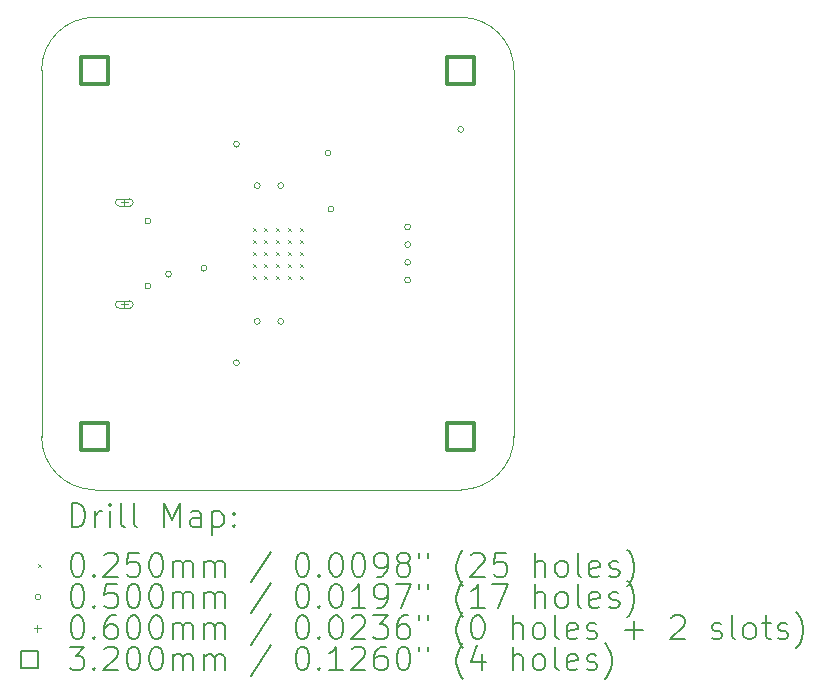
<source format=gbr>
%TF.GenerationSoftware,KiCad,Pcbnew,7.0.11*%
%TF.CreationDate,2024-09-26T14:27:33-04:00*%
%TF.ProjectId,prism-pcb,70726973-6d2d-4706-9362-2e6b69636164,2.0*%
%TF.SameCoordinates,Original*%
%TF.FileFunction,Drillmap*%
%TF.FilePolarity,Positive*%
%FSLAX45Y45*%
G04 Gerber Fmt 4.5, Leading zero omitted, Abs format (unit mm)*
G04 Created by KiCad (PCBNEW 7.0.11) date 2024-09-26 14:27:33*
%MOMM*%
%LPD*%
G01*
G04 APERTURE LIST*
%ADD10C,0.100000*%
%ADD11C,0.200000*%
%ADD12C,0.320000*%
G04 APERTURE END LIST*
D10*
X13240000Y-11710000D02*
X13240000Y-8610000D01*
X17240000Y-8610000D02*
X17240000Y-11710000D01*
X16790000Y-12160000D02*
G75*
G03*
X17240000Y-11710000I0J450000D01*
G01*
X17240000Y-8610000D02*
G75*
G03*
X16790000Y-8160000I-450000J0D01*
G01*
X13240000Y-11710000D02*
G75*
G03*
X13690000Y-12160000I450000J0D01*
G01*
X16790000Y-12160000D02*
X13690000Y-12160000D01*
X13690000Y-8160000D02*
G75*
G03*
X13240000Y-8610000I0J-450000D01*
G01*
X13690000Y-8160000D02*
X16790000Y-8160000D01*
D11*
D10*
X15027500Y-9947500D02*
X15052500Y-9972500D01*
X15052500Y-9947500D02*
X15027500Y-9972500D01*
X15027500Y-10047500D02*
X15052500Y-10072500D01*
X15052500Y-10047500D02*
X15027500Y-10072500D01*
X15027500Y-10147500D02*
X15052500Y-10172500D01*
X15052500Y-10147500D02*
X15027500Y-10172500D01*
X15027500Y-10247500D02*
X15052500Y-10272500D01*
X15052500Y-10247500D02*
X15027500Y-10272500D01*
X15027500Y-10347500D02*
X15052500Y-10372500D01*
X15052500Y-10347500D02*
X15027500Y-10372500D01*
X15127500Y-9947500D02*
X15152500Y-9972500D01*
X15152500Y-9947500D02*
X15127500Y-9972500D01*
X15127500Y-10047500D02*
X15152500Y-10072500D01*
X15152500Y-10047500D02*
X15127500Y-10072500D01*
X15127500Y-10147500D02*
X15152500Y-10172500D01*
X15152500Y-10147500D02*
X15127500Y-10172500D01*
X15127500Y-10247500D02*
X15152500Y-10272500D01*
X15152500Y-10247500D02*
X15127500Y-10272500D01*
X15127500Y-10347500D02*
X15152500Y-10372500D01*
X15152500Y-10347500D02*
X15127500Y-10372500D01*
X15227500Y-9947500D02*
X15252500Y-9972500D01*
X15252500Y-9947500D02*
X15227500Y-9972500D01*
X15227500Y-10047500D02*
X15252500Y-10072500D01*
X15252500Y-10047500D02*
X15227500Y-10072500D01*
X15227500Y-10147500D02*
X15252500Y-10172500D01*
X15252500Y-10147500D02*
X15227500Y-10172500D01*
X15227500Y-10247500D02*
X15252500Y-10272500D01*
X15252500Y-10247500D02*
X15227500Y-10272500D01*
X15227500Y-10347500D02*
X15252500Y-10372500D01*
X15252500Y-10347500D02*
X15227500Y-10372500D01*
X15327500Y-9947500D02*
X15352500Y-9972500D01*
X15352500Y-9947500D02*
X15327500Y-9972500D01*
X15327500Y-10047500D02*
X15352500Y-10072500D01*
X15352500Y-10047500D02*
X15327500Y-10072500D01*
X15327500Y-10147500D02*
X15352500Y-10172500D01*
X15352500Y-10147500D02*
X15327500Y-10172500D01*
X15327500Y-10247500D02*
X15352500Y-10272500D01*
X15352500Y-10247500D02*
X15327500Y-10272500D01*
X15327500Y-10347500D02*
X15352500Y-10372500D01*
X15352500Y-10347500D02*
X15327500Y-10372500D01*
X15427500Y-9947500D02*
X15452500Y-9972500D01*
X15452500Y-9947500D02*
X15427500Y-9972500D01*
X15427500Y-10047500D02*
X15452500Y-10072500D01*
X15452500Y-10047500D02*
X15427500Y-10072500D01*
X15427500Y-10147500D02*
X15452500Y-10172500D01*
X15452500Y-10147500D02*
X15427500Y-10172500D01*
X15427500Y-10247500D02*
X15452500Y-10272500D01*
X15452500Y-10247500D02*
X15427500Y-10272500D01*
X15427500Y-10347500D02*
X15452500Y-10372500D01*
X15452500Y-10347500D02*
X15427500Y-10372500D01*
X14165000Y-9885000D02*
G75*
G03*
X14115000Y-9885000I-25000J0D01*
G01*
X14115000Y-9885000D02*
G75*
G03*
X14165000Y-9885000I25000J0D01*
G01*
X14165000Y-10435000D02*
G75*
G03*
X14115000Y-10435000I-25000J0D01*
G01*
X14115000Y-10435000D02*
G75*
G03*
X14165000Y-10435000I25000J0D01*
G01*
X14340000Y-10335000D02*
G75*
G03*
X14290000Y-10335000I-25000J0D01*
G01*
X14290000Y-10335000D02*
G75*
G03*
X14340000Y-10335000I25000J0D01*
G01*
X14640000Y-10285000D02*
G75*
G03*
X14590000Y-10285000I-25000J0D01*
G01*
X14590000Y-10285000D02*
G75*
G03*
X14640000Y-10285000I25000J0D01*
G01*
X14915000Y-9235000D02*
G75*
G03*
X14865000Y-9235000I-25000J0D01*
G01*
X14865000Y-9235000D02*
G75*
G03*
X14915000Y-9235000I25000J0D01*
G01*
X14915000Y-11085000D02*
G75*
G03*
X14865000Y-11085000I-25000J0D01*
G01*
X14865000Y-11085000D02*
G75*
G03*
X14915000Y-11085000I25000J0D01*
G01*
X15090000Y-9585000D02*
G75*
G03*
X15040000Y-9585000I-25000J0D01*
G01*
X15040000Y-9585000D02*
G75*
G03*
X15090000Y-9585000I25000J0D01*
G01*
X15090000Y-10735000D02*
G75*
G03*
X15040000Y-10735000I-25000J0D01*
G01*
X15040000Y-10735000D02*
G75*
G03*
X15090000Y-10735000I25000J0D01*
G01*
X15290000Y-9585000D02*
G75*
G03*
X15240000Y-9585000I-25000J0D01*
G01*
X15240000Y-9585000D02*
G75*
G03*
X15290000Y-9585000I25000J0D01*
G01*
X15290000Y-10735000D02*
G75*
G03*
X15240000Y-10735000I-25000J0D01*
G01*
X15240000Y-10735000D02*
G75*
G03*
X15290000Y-10735000I25000J0D01*
G01*
X15690000Y-9310000D02*
G75*
G03*
X15640000Y-9310000I-25000J0D01*
G01*
X15640000Y-9310000D02*
G75*
G03*
X15690000Y-9310000I25000J0D01*
G01*
X15715000Y-9785000D02*
G75*
G03*
X15665000Y-9785000I-25000J0D01*
G01*
X15665000Y-9785000D02*
G75*
G03*
X15715000Y-9785000I25000J0D01*
G01*
X16365000Y-9935000D02*
G75*
G03*
X16315000Y-9935000I-25000J0D01*
G01*
X16315000Y-9935000D02*
G75*
G03*
X16365000Y-9935000I25000J0D01*
G01*
X16365000Y-10085000D02*
G75*
G03*
X16315000Y-10085000I-25000J0D01*
G01*
X16315000Y-10085000D02*
G75*
G03*
X16365000Y-10085000I25000J0D01*
G01*
X16365000Y-10235000D02*
G75*
G03*
X16315000Y-10235000I-25000J0D01*
G01*
X16315000Y-10235000D02*
G75*
G03*
X16365000Y-10235000I25000J0D01*
G01*
X16365000Y-10385000D02*
G75*
G03*
X16315000Y-10385000I-25000J0D01*
G01*
X16315000Y-10385000D02*
G75*
G03*
X16365000Y-10385000I25000J0D01*
G01*
X16815000Y-9110000D02*
G75*
G03*
X16765000Y-9110000I-25000J0D01*
G01*
X16765000Y-9110000D02*
G75*
G03*
X16815000Y-9110000I25000J0D01*
G01*
X13940000Y-9698000D02*
X13940000Y-9758000D01*
X13910000Y-9728000D02*
X13970000Y-9728000D01*
X13985000Y-9698000D02*
X13895000Y-9698000D01*
X13895000Y-9698000D02*
G75*
G03*
X13895000Y-9758000I0J-30000D01*
G01*
X13895000Y-9758000D02*
X13985000Y-9758000D01*
X13985000Y-9758000D02*
G75*
G03*
X13985000Y-9698000I0J30000D01*
G01*
X13940000Y-10562000D02*
X13940000Y-10622000D01*
X13910000Y-10592000D02*
X13970000Y-10592000D01*
X13985000Y-10562000D02*
X13895000Y-10562000D01*
X13895000Y-10562000D02*
G75*
G03*
X13895000Y-10622000I0J-30000D01*
G01*
X13895000Y-10622000D02*
X13985000Y-10622000D01*
X13985000Y-10622000D02*
G75*
G03*
X13985000Y-10562000I0J30000D01*
G01*
D12*
X13803138Y-8723138D02*
X13803138Y-8496862D01*
X13576862Y-8496862D01*
X13576862Y-8723138D01*
X13803138Y-8723138D01*
X13803138Y-11823138D02*
X13803138Y-11596862D01*
X13576862Y-11596862D01*
X13576862Y-11823138D01*
X13803138Y-11823138D01*
X16903138Y-8723138D02*
X16903138Y-8496862D01*
X16676862Y-8496862D01*
X16676862Y-8723138D01*
X16903138Y-8723138D01*
X16903138Y-11823138D02*
X16903138Y-11596862D01*
X16676862Y-11596862D01*
X16676862Y-11823138D01*
X16903138Y-11823138D01*
D11*
X13495777Y-12476484D02*
X13495777Y-12276484D01*
X13495777Y-12276484D02*
X13543396Y-12276484D01*
X13543396Y-12276484D02*
X13571967Y-12286008D01*
X13571967Y-12286008D02*
X13591015Y-12305055D01*
X13591015Y-12305055D02*
X13600539Y-12324103D01*
X13600539Y-12324103D02*
X13610062Y-12362198D01*
X13610062Y-12362198D02*
X13610062Y-12390769D01*
X13610062Y-12390769D02*
X13600539Y-12428865D01*
X13600539Y-12428865D02*
X13591015Y-12447912D01*
X13591015Y-12447912D02*
X13571967Y-12466960D01*
X13571967Y-12466960D02*
X13543396Y-12476484D01*
X13543396Y-12476484D02*
X13495777Y-12476484D01*
X13695777Y-12476484D02*
X13695777Y-12343150D01*
X13695777Y-12381246D02*
X13705301Y-12362198D01*
X13705301Y-12362198D02*
X13714824Y-12352674D01*
X13714824Y-12352674D02*
X13733872Y-12343150D01*
X13733872Y-12343150D02*
X13752920Y-12343150D01*
X13819586Y-12476484D02*
X13819586Y-12343150D01*
X13819586Y-12276484D02*
X13810062Y-12286008D01*
X13810062Y-12286008D02*
X13819586Y-12295531D01*
X13819586Y-12295531D02*
X13829110Y-12286008D01*
X13829110Y-12286008D02*
X13819586Y-12276484D01*
X13819586Y-12276484D02*
X13819586Y-12295531D01*
X13943396Y-12476484D02*
X13924348Y-12466960D01*
X13924348Y-12466960D02*
X13914824Y-12447912D01*
X13914824Y-12447912D02*
X13914824Y-12276484D01*
X14048158Y-12476484D02*
X14029110Y-12466960D01*
X14029110Y-12466960D02*
X14019586Y-12447912D01*
X14019586Y-12447912D02*
X14019586Y-12276484D01*
X14276729Y-12476484D02*
X14276729Y-12276484D01*
X14276729Y-12276484D02*
X14343396Y-12419341D01*
X14343396Y-12419341D02*
X14410062Y-12276484D01*
X14410062Y-12276484D02*
X14410062Y-12476484D01*
X14591015Y-12476484D02*
X14591015Y-12371722D01*
X14591015Y-12371722D02*
X14581491Y-12352674D01*
X14581491Y-12352674D02*
X14562443Y-12343150D01*
X14562443Y-12343150D02*
X14524348Y-12343150D01*
X14524348Y-12343150D02*
X14505301Y-12352674D01*
X14591015Y-12466960D02*
X14571967Y-12476484D01*
X14571967Y-12476484D02*
X14524348Y-12476484D01*
X14524348Y-12476484D02*
X14505301Y-12466960D01*
X14505301Y-12466960D02*
X14495777Y-12447912D01*
X14495777Y-12447912D02*
X14495777Y-12428865D01*
X14495777Y-12428865D02*
X14505301Y-12409817D01*
X14505301Y-12409817D02*
X14524348Y-12400293D01*
X14524348Y-12400293D02*
X14571967Y-12400293D01*
X14571967Y-12400293D02*
X14591015Y-12390769D01*
X14686253Y-12343150D02*
X14686253Y-12543150D01*
X14686253Y-12352674D02*
X14705301Y-12343150D01*
X14705301Y-12343150D02*
X14743396Y-12343150D01*
X14743396Y-12343150D02*
X14762443Y-12352674D01*
X14762443Y-12352674D02*
X14771967Y-12362198D01*
X14771967Y-12362198D02*
X14781491Y-12381246D01*
X14781491Y-12381246D02*
X14781491Y-12438388D01*
X14781491Y-12438388D02*
X14771967Y-12457436D01*
X14771967Y-12457436D02*
X14762443Y-12466960D01*
X14762443Y-12466960D02*
X14743396Y-12476484D01*
X14743396Y-12476484D02*
X14705301Y-12476484D01*
X14705301Y-12476484D02*
X14686253Y-12466960D01*
X14867205Y-12457436D02*
X14876729Y-12466960D01*
X14876729Y-12466960D02*
X14867205Y-12476484D01*
X14867205Y-12476484D02*
X14857682Y-12466960D01*
X14857682Y-12466960D02*
X14867205Y-12457436D01*
X14867205Y-12457436D02*
X14867205Y-12476484D01*
X14867205Y-12352674D02*
X14876729Y-12362198D01*
X14876729Y-12362198D02*
X14867205Y-12371722D01*
X14867205Y-12371722D02*
X14857682Y-12362198D01*
X14857682Y-12362198D02*
X14867205Y-12352674D01*
X14867205Y-12352674D02*
X14867205Y-12371722D01*
D10*
X13210000Y-12792500D02*
X13235000Y-12817500D01*
X13235000Y-12792500D02*
X13210000Y-12817500D01*
D11*
X13533872Y-12696484D02*
X13552920Y-12696484D01*
X13552920Y-12696484D02*
X13571967Y-12706008D01*
X13571967Y-12706008D02*
X13581491Y-12715531D01*
X13581491Y-12715531D02*
X13591015Y-12734579D01*
X13591015Y-12734579D02*
X13600539Y-12772674D01*
X13600539Y-12772674D02*
X13600539Y-12820293D01*
X13600539Y-12820293D02*
X13591015Y-12858388D01*
X13591015Y-12858388D02*
X13581491Y-12877436D01*
X13581491Y-12877436D02*
X13571967Y-12886960D01*
X13571967Y-12886960D02*
X13552920Y-12896484D01*
X13552920Y-12896484D02*
X13533872Y-12896484D01*
X13533872Y-12896484D02*
X13514824Y-12886960D01*
X13514824Y-12886960D02*
X13505301Y-12877436D01*
X13505301Y-12877436D02*
X13495777Y-12858388D01*
X13495777Y-12858388D02*
X13486253Y-12820293D01*
X13486253Y-12820293D02*
X13486253Y-12772674D01*
X13486253Y-12772674D02*
X13495777Y-12734579D01*
X13495777Y-12734579D02*
X13505301Y-12715531D01*
X13505301Y-12715531D02*
X13514824Y-12706008D01*
X13514824Y-12706008D02*
X13533872Y-12696484D01*
X13686253Y-12877436D02*
X13695777Y-12886960D01*
X13695777Y-12886960D02*
X13686253Y-12896484D01*
X13686253Y-12896484D02*
X13676729Y-12886960D01*
X13676729Y-12886960D02*
X13686253Y-12877436D01*
X13686253Y-12877436D02*
X13686253Y-12896484D01*
X13771967Y-12715531D02*
X13781491Y-12706008D01*
X13781491Y-12706008D02*
X13800539Y-12696484D01*
X13800539Y-12696484D02*
X13848158Y-12696484D01*
X13848158Y-12696484D02*
X13867205Y-12706008D01*
X13867205Y-12706008D02*
X13876729Y-12715531D01*
X13876729Y-12715531D02*
X13886253Y-12734579D01*
X13886253Y-12734579D02*
X13886253Y-12753627D01*
X13886253Y-12753627D02*
X13876729Y-12782198D01*
X13876729Y-12782198D02*
X13762443Y-12896484D01*
X13762443Y-12896484D02*
X13886253Y-12896484D01*
X14067205Y-12696484D02*
X13971967Y-12696484D01*
X13971967Y-12696484D02*
X13962443Y-12791722D01*
X13962443Y-12791722D02*
X13971967Y-12782198D01*
X13971967Y-12782198D02*
X13991015Y-12772674D01*
X13991015Y-12772674D02*
X14038634Y-12772674D01*
X14038634Y-12772674D02*
X14057682Y-12782198D01*
X14057682Y-12782198D02*
X14067205Y-12791722D01*
X14067205Y-12791722D02*
X14076729Y-12810769D01*
X14076729Y-12810769D02*
X14076729Y-12858388D01*
X14076729Y-12858388D02*
X14067205Y-12877436D01*
X14067205Y-12877436D02*
X14057682Y-12886960D01*
X14057682Y-12886960D02*
X14038634Y-12896484D01*
X14038634Y-12896484D02*
X13991015Y-12896484D01*
X13991015Y-12896484D02*
X13971967Y-12886960D01*
X13971967Y-12886960D02*
X13962443Y-12877436D01*
X14200539Y-12696484D02*
X14219586Y-12696484D01*
X14219586Y-12696484D02*
X14238634Y-12706008D01*
X14238634Y-12706008D02*
X14248158Y-12715531D01*
X14248158Y-12715531D02*
X14257682Y-12734579D01*
X14257682Y-12734579D02*
X14267205Y-12772674D01*
X14267205Y-12772674D02*
X14267205Y-12820293D01*
X14267205Y-12820293D02*
X14257682Y-12858388D01*
X14257682Y-12858388D02*
X14248158Y-12877436D01*
X14248158Y-12877436D02*
X14238634Y-12886960D01*
X14238634Y-12886960D02*
X14219586Y-12896484D01*
X14219586Y-12896484D02*
X14200539Y-12896484D01*
X14200539Y-12896484D02*
X14181491Y-12886960D01*
X14181491Y-12886960D02*
X14171967Y-12877436D01*
X14171967Y-12877436D02*
X14162443Y-12858388D01*
X14162443Y-12858388D02*
X14152920Y-12820293D01*
X14152920Y-12820293D02*
X14152920Y-12772674D01*
X14152920Y-12772674D02*
X14162443Y-12734579D01*
X14162443Y-12734579D02*
X14171967Y-12715531D01*
X14171967Y-12715531D02*
X14181491Y-12706008D01*
X14181491Y-12706008D02*
X14200539Y-12696484D01*
X14352920Y-12896484D02*
X14352920Y-12763150D01*
X14352920Y-12782198D02*
X14362443Y-12772674D01*
X14362443Y-12772674D02*
X14381491Y-12763150D01*
X14381491Y-12763150D02*
X14410063Y-12763150D01*
X14410063Y-12763150D02*
X14429110Y-12772674D01*
X14429110Y-12772674D02*
X14438634Y-12791722D01*
X14438634Y-12791722D02*
X14438634Y-12896484D01*
X14438634Y-12791722D02*
X14448158Y-12772674D01*
X14448158Y-12772674D02*
X14467205Y-12763150D01*
X14467205Y-12763150D02*
X14495777Y-12763150D01*
X14495777Y-12763150D02*
X14514824Y-12772674D01*
X14514824Y-12772674D02*
X14524348Y-12791722D01*
X14524348Y-12791722D02*
X14524348Y-12896484D01*
X14619586Y-12896484D02*
X14619586Y-12763150D01*
X14619586Y-12782198D02*
X14629110Y-12772674D01*
X14629110Y-12772674D02*
X14648158Y-12763150D01*
X14648158Y-12763150D02*
X14676729Y-12763150D01*
X14676729Y-12763150D02*
X14695777Y-12772674D01*
X14695777Y-12772674D02*
X14705301Y-12791722D01*
X14705301Y-12791722D02*
X14705301Y-12896484D01*
X14705301Y-12791722D02*
X14714824Y-12772674D01*
X14714824Y-12772674D02*
X14733872Y-12763150D01*
X14733872Y-12763150D02*
X14762443Y-12763150D01*
X14762443Y-12763150D02*
X14781491Y-12772674D01*
X14781491Y-12772674D02*
X14791015Y-12791722D01*
X14791015Y-12791722D02*
X14791015Y-12896484D01*
X15181491Y-12686960D02*
X15010063Y-12944103D01*
X15438634Y-12696484D02*
X15457682Y-12696484D01*
X15457682Y-12696484D02*
X15476729Y-12706008D01*
X15476729Y-12706008D02*
X15486253Y-12715531D01*
X15486253Y-12715531D02*
X15495777Y-12734579D01*
X15495777Y-12734579D02*
X15505301Y-12772674D01*
X15505301Y-12772674D02*
X15505301Y-12820293D01*
X15505301Y-12820293D02*
X15495777Y-12858388D01*
X15495777Y-12858388D02*
X15486253Y-12877436D01*
X15486253Y-12877436D02*
X15476729Y-12886960D01*
X15476729Y-12886960D02*
X15457682Y-12896484D01*
X15457682Y-12896484D02*
X15438634Y-12896484D01*
X15438634Y-12896484D02*
X15419586Y-12886960D01*
X15419586Y-12886960D02*
X15410063Y-12877436D01*
X15410063Y-12877436D02*
X15400539Y-12858388D01*
X15400539Y-12858388D02*
X15391015Y-12820293D01*
X15391015Y-12820293D02*
X15391015Y-12772674D01*
X15391015Y-12772674D02*
X15400539Y-12734579D01*
X15400539Y-12734579D02*
X15410063Y-12715531D01*
X15410063Y-12715531D02*
X15419586Y-12706008D01*
X15419586Y-12706008D02*
X15438634Y-12696484D01*
X15591015Y-12877436D02*
X15600539Y-12886960D01*
X15600539Y-12886960D02*
X15591015Y-12896484D01*
X15591015Y-12896484D02*
X15581491Y-12886960D01*
X15581491Y-12886960D02*
X15591015Y-12877436D01*
X15591015Y-12877436D02*
X15591015Y-12896484D01*
X15724348Y-12696484D02*
X15743396Y-12696484D01*
X15743396Y-12696484D02*
X15762444Y-12706008D01*
X15762444Y-12706008D02*
X15771967Y-12715531D01*
X15771967Y-12715531D02*
X15781491Y-12734579D01*
X15781491Y-12734579D02*
X15791015Y-12772674D01*
X15791015Y-12772674D02*
X15791015Y-12820293D01*
X15791015Y-12820293D02*
X15781491Y-12858388D01*
X15781491Y-12858388D02*
X15771967Y-12877436D01*
X15771967Y-12877436D02*
X15762444Y-12886960D01*
X15762444Y-12886960D02*
X15743396Y-12896484D01*
X15743396Y-12896484D02*
X15724348Y-12896484D01*
X15724348Y-12896484D02*
X15705301Y-12886960D01*
X15705301Y-12886960D02*
X15695777Y-12877436D01*
X15695777Y-12877436D02*
X15686253Y-12858388D01*
X15686253Y-12858388D02*
X15676729Y-12820293D01*
X15676729Y-12820293D02*
X15676729Y-12772674D01*
X15676729Y-12772674D02*
X15686253Y-12734579D01*
X15686253Y-12734579D02*
X15695777Y-12715531D01*
X15695777Y-12715531D02*
X15705301Y-12706008D01*
X15705301Y-12706008D02*
X15724348Y-12696484D01*
X15914825Y-12696484D02*
X15933872Y-12696484D01*
X15933872Y-12696484D02*
X15952920Y-12706008D01*
X15952920Y-12706008D02*
X15962444Y-12715531D01*
X15962444Y-12715531D02*
X15971967Y-12734579D01*
X15971967Y-12734579D02*
X15981491Y-12772674D01*
X15981491Y-12772674D02*
X15981491Y-12820293D01*
X15981491Y-12820293D02*
X15971967Y-12858388D01*
X15971967Y-12858388D02*
X15962444Y-12877436D01*
X15962444Y-12877436D02*
X15952920Y-12886960D01*
X15952920Y-12886960D02*
X15933872Y-12896484D01*
X15933872Y-12896484D02*
X15914825Y-12896484D01*
X15914825Y-12896484D02*
X15895777Y-12886960D01*
X15895777Y-12886960D02*
X15886253Y-12877436D01*
X15886253Y-12877436D02*
X15876729Y-12858388D01*
X15876729Y-12858388D02*
X15867206Y-12820293D01*
X15867206Y-12820293D02*
X15867206Y-12772674D01*
X15867206Y-12772674D02*
X15876729Y-12734579D01*
X15876729Y-12734579D02*
X15886253Y-12715531D01*
X15886253Y-12715531D02*
X15895777Y-12706008D01*
X15895777Y-12706008D02*
X15914825Y-12696484D01*
X16076729Y-12896484D02*
X16114825Y-12896484D01*
X16114825Y-12896484D02*
X16133872Y-12886960D01*
X16133872Y-12886960D02*
X16143396Y-12877436D01*
X16143396Y-12877436D02*
X16162444Y-12848865D01*
X16162444Y-12848865D02*
X16171967Y-12810769D01*
X16171967Y-12810769D02*
X16171967Y-12734579D01*
X16171967Y-12734579D02*
X16162444Y-12715531D01*
X16162444Y-12715531D02*
X16152920Y-12706008D01*
X16152920Y-12706008D02*
X16133872Y-12696484D01*
X16133872Y-12696484D02*
X16095777Y-12696484D01*
X16095777Y-12696484D02*
X16076729Y-12706008D01*
X16076729Y-12706008D02*
X16067206Y-12715531D01*
X16067206Y-12715531D02*
X16057682Y-12734579D01*
X16057682Y-12734579D02*
X16057682Y-12782198D01*
X16057682Y-12782198D02*
X16067206Y-12801246D01*
X16067206Y-12801246D02*
X16076729Y-12810769D01*
X16076729Y-12810769D02*
X16095777Y-12820293D01*
X16095777Y-12820293D02*
X16133872Y-12820293D01*
X16133872Y-12820293D02*
X16152920Y-12810769D01*
X16152920Y-12810769D02*
X16162444Y-12801246D01*
X16162444Y-12801246D02*
X16171967Y-12782198D01*
X16286253Y-12782198D02*
X16267206Y-12772674D01*
X16267206Y-12772674D02*
X16257682Y-12763150D01*
X16257682Y-12763150D02*
X16248158Y-12744103D01*
X16248158Y-12744103D02*
X16248158Y-12734579D01*
X16248158Y-12734579D02*
X16257682Y-12715531D01*
X16257682Y-12715531D02*
X16267206Y-12706008D01*
X16267206Y-12706008D02*
X16286253Y-12696484D01*
X16286253Y-12696484D02*
X16324348Y-12696484D01*
X16324348Y-12696484D02*
X16343396Y-12706008D01*
X16343396Y-12706008D02*
X16352920Y-12715531D01*
X16352920Y-12715531D02*
X16362444Y-12734579D01*
X16362444Y-12734579D02*
X16362444Y-12744103D01*
X16362444Y-12744103D02*
X16352920Y-12763150D01*
X16352920Y-12763150D02*
X16343396Y-12772674D01*
X16343396Y-12772674D02*
X16324348Y-12782198D01*
X16324348Y-12782198D02*
X16286253Y-12782198D01*
X16286253Y-12782198D02*
X16267206Y-12791722D01*
X16267206Y-12791722D02*
X16257682Y-12801246D01*
X16257682Y-12801246D02*
X16248158Y-12820293D01*
X16248158Y-12820293D02*
X16248158Y-12858388D01*
X16248158Y-12858388D02*
X16257682Y-12877436D01*
X16257682Y-12877436D02*
X16267206Y-12886960D01*
X16267206Y-12886960D02*
X16286253Y-12896484D01*
X16286253Y-12896484D02*
X16324348Y-12896484D01*
X16324348Y-12896484D02*
X16343396Y-12886960D01*
X16343396Y-12886960D02*
X16352920Y-12877436D01*
X16352920Y-12877436D02*
X16362444Y-12858388D01*
X16362444Y-12858388D02*
X16362444Y-12820293D01*
X16362444Y-12820293D02*
X16352920Y-12801246D01*
X16352920Y-12801246D02*
X16343396Y-12791722D01*
X16343396Y-12791722D02*
X16324348Y-12782198D01*
X16438634Y-12696484D02*
X16438634Y-12734579D01*
X16514825Y-12696484D02*
X16514825Y-12734579D01*
X16810063Y-12972674D02*
X16800539Y-12963150D01*
X16800539Y-12963150D02*
X16781491Y-12934579D01*
X16781491Y-12934579D02*
X16771968Y-12915531D01*
X16771968Y-12915531D02*
X16762444Y-12886960D01*
X16762444Y-12886960D02*
X16752920Y-12839341D01*
X16752920Y-12839341D02*
X16752920Y-12801246D01*
X16752920Y-12801246D02*
X16762444Y-12753627D01*
X16762444Y-12753627D02*
X16771968Y-12725055D01*
X16771968Y-12725055D02*
X16781491Y-12706008D01*
X16781491Y-12706008D02*
X16800539Y-12677436D01*
X16800539Y-12677436D02*
X16810063Y-12667912D01*
X16876730Y-12715531D02*
X16886253Y-12706008D01*
X16886253Y-12706008D02*
X16905301Y-12696484D01*
X16905301Y-12696484D02*
X16952920Y-12696484D01*
X16952920Y-12696484D02*
X16971968Y-12706008D01*
X16971968Y-12706008D02*
X16981491Y-12715531D01*
X16981491Y-12715531D02*
X16991015Y-12734579D01*
X16991015Y-12734579D02*
X16991015Y-12753627D01*
X16991015Y-12753627D02*
X16981491Y-12782198D01*
X16981491Y-12782198D02*
X16867206Y-12896484D01*
X16867206Y-12896484D02*
X16991015Y-12896484D01*
X17171968Y-12696484D02*
X17076730Y-12696484D01*
X17076730Y-12696484D02*
X17067206Y-12791722D01*
X17067206Y-12791722D02*
X17076730Y-12782198D01*
X17076730Y-12782198D02*
X17095777Y-12772674D01*
X17095777Y-12772674D02*
X17143396Y-12772674D01*
X17143396Y-12772674D02*
X17162444Y-12782198D01*
X17162444Y-12782198D02*
X17171968Y-12791722D01*
X17171968Y-12791722D02*
X17181491Y-12810769D01*
X17181491Y-12810769D02*
X17181491Y-12858388D01*
X17181491Y-12858388D02*
X17171968Y-12877436D01*
X17171968Y-12877436D02*
X17162444Y-12886960D01*
X17162444Y-12886960D02*
X17143396Y-12896484D01*
X17143396Y-12896484D02*
X17095777Y-12896484D01*
X17095777Y-12896484D02*
X17076730Y-12886960D01*
X17076730Y-12886960D02*
X17067206Y-12877436D01*
X17419587Y-12896484D02*
X17419587Y-12696484D01*
X17505301Y-12896484D02*
X17505301Y-12791722D01*
X17505301Y-12791722D02*
X17495777Y-12772674D01*
X17495777Y-12772674D02*
X17476730Y-12763150D01*
X17476730Y-12763150D02*
X17448158Y-12763150D01*
X17448158Y-12763150D02*
X17429111Y-12772674D01*
X17429111Y-12772674D02*
X17419587Y-12782198D01*
X17629111Y-12896484D02*
X17610063Y-12886960D01*
X17610063Y-12886960D02*
X17600539Y-12877436D01*
X17600539Y-12877436D02*
X17591015Y-12858388D01*
X17591015Y-12858388D02*
X17591015Y-12801246D01*
X17591015Y-12801246D02*
X17600539Y-12782198D01*
X17600539Y-12782198D02*
X17610063Y-12772674D01*
X17610063Y-12772674D02*
X17629111Y-12763150D01*
X17629111Y-12763150D02*
X17657682Y-12763150D01*
X17657682Y-12763150D02*
X17676730Y-12772674D01*
X17676730Y-12772674D02*
X17686253Y-12782198D01*
X17686253Y-12782198D02*
X17695777Y-12801246D01*
X17695777Y-12801246D02*
X17695777Y-12858388D01*
X17695777Y-12858388D02*
X17686253Y-12877436D01*
X17686253Y-12877436D02*
X17676730Y-12886960D01*
X17676730Y-12886960D02*
X17657682Y-12896484D01*
X17657682Y-12896484D02*
X17629111Y-12896484D01*
X17810063Y-12896484D02*
X17791015Y-12886960D01*
X17791015Y-12886960D02*
X17781492Y-12867912D01*
X17781492Y-12867912D02*
X17781492Y-12696484D01*
X17962444Y-12886960D02*
X17943396Y-12896484D01*
X17943396Y-12896484D02*
X17905301Y-12896484D01*
X17905301Y-12896484D02*
X17886253Y-12886960D01*
X17886253Y-12886960D02*
X17876730Y-12867912D01*
X17876730Y-12867912D02*
X17876730Y-12791722D01*
X17876730Y-12791722D02*
X17886253Y-12772674D01*
X17886253Y-12772674D02*
X17905301Y-12763150D01*
X17905301Y-12763150D02*
X17943396Y-12763150D01*
X17943396Y-12763150D02*
X17962444Y-12772674D01*
X17962444Y-12772674D02*
X17971968Y-12791722D01*
X17971968Y-12791722D02*
X17971968Y-12810769D01*
X17971968Y-12810769D02*
X17876730Y-12829817D01*
X18048158Y-12886960D02*
X18067206Y-12896484D01*
X18067206Y-12896484D02*
X18105301Y-12896484D01*
X18105301Y-12896484D02*
X18124349Y-12886960D01*
X18124349Y-12886960D02*
X18133873Y-12867912D01*
X18133873Y-12867912D02*
X18133873Y-12858388D01*
X18133873Y-12858388D02*
X18124349Y-12839341D01*
X18124349Y-12839341D02*
X18105301Y-12829817D01*
X18105301Y-12829817D02*
X18076730Y-12829817D01*
X18076730Y-12829817D02*
X18057682Y-12820293D01*
X18057682Y-12820293D02*
X18048158Y-12801246D01*
X18048158Y-12801246D02*
X18048158Y-12791722D01*
X18048158Y-12791722D02*
X18057682Y-12772674D01*
X18057682Y-12772674D02*
X18076730Y-12763150D01*
X18076730Y-12763150D02*
X18105301Y-12763150D01*
X18105301Y-12763150D02*
X18124349Y-12772674D01*
X18200539Y-12972674D02*
X18210063Y-12963150D01*
X18210063Y-12963150D02*
X18229111Y-12934579D01*
X18229111Y-12934579D02*
X18238634Y-12915531D01*
X18238634Y-12915531D02*
X18248158Y-12886960D01*
X18248158Y-12886960D02*
X18257682Y-12839341D01*
X18257682Y-12839341D02*
X18257682Y-12801246D01*
X18257682Y-12801246D02*
X18248158Y-12753627D01*
X18248158Y-12753627D02*
X18238634Y-12725055D01*
X18238634Y-12725055D02*
X18229111Y-12706008D01*
X18229111Y-12706008D02*
X18210063Y-12677436D01*
X18210063Y-12677436D02*
X18200539Y-12667912D01*
D10*
X13235000Y-13069000D02*
G75*
G03*
X13185000Y-13069000I-25000J0D01*
G01*
X13185000Y-13069000D02*
G75*
G03*
X13235000Y-13069000I25000J0D01*
G01*
D11*
X13533872Y-12960484D02*
X13552920Y-12960484D01*
X13552920Y-12960484D02*
X13571967Y-12970008D01*
X13571967Y-12970008D02*
X13581491Y-12979531D01*
X13581491Y-12979531D02*
X13591015Y-12998579D01*
X13591015Y-12998579D02*
X13600539Y-13036674D01*
X13600539Y-13036674D02*
X13600539Y-13084293D01*
X13600539Y-13084293D02*
X13591015Y-13122388D01*
X13591015Y-13122388D02*
X13581491Y-13141436D01*
X13581491Y-13141436D02*
X13571967Y-13150960D01*
X13571967Y-13150960D02*
X13552920Y-13160484D01*
X13552920Y-13160484D02*
X13533872Y-13160484D01*
X13533872Y-13160484D02*
X13514824Y-13150960D01*
X13514824Y-13150960D02*
X13505301Y-13141436D01*
X13505301Y-13141436D02*
X13495777Y-13122388D01*
X13495777Y-13122388D02*
X13486253Y-13084293D01*
X13486253Y-13084293D02*
X13486253Y-13036674D01*
X13486253Y-13036674D02*
X13495777Y-12998579D01*
X13495777Y-12998579D02*
X13505301Y-12979531D01*
X13505301Y-12979531D02*
X13514824Y-12970008D01*
X13514824Y-12970008D02*
X13533872Y-12960484D01*
X13686253Y-13141436D02*
X13695777Y-13150960D01*
X13695777Y-13150960D02*
X13686253Y-13160484D01*
X13686253Y-13160484D02*
X13676729Y-13150960D01*
X13676729Y-13150960D02*
X13686253Y-13141436D01*
X13686253Y-13141436D02*
X13686253Y-13160484D01*
X13876729Y-12960484D02*
X13781491Y-12960484D01*
X13781491Y-12960484D02*
X13771967Y-13055722D01*
X13771967Y-13055722D02*
X13781491Y-13046198D01*
X13781491Y-13046198D02*
X13800539Y-13036674D01*
X13800539Y-13036674D02*
X13848158Y-13036674D01*
X13848158Y-13036674D02*
X13867205Y-13046198D01*
X13867205Y-13046198D02*
X13876729Y-13055722D01*
X13876729Y-13055722D02*
X13886253Y-13074769D01*
X13886253Y-13074769D02*
X13886253Y-13122388D01*
X13886253Y-13122388D02*
X13876729Y-13141436D01*
X13876729Y-13141436D02*
X13867205Y-13150960D01*
X13867205Y-13150960D02*
X13848158Y-13160484D01*
X13848158Y-13160484D02*
X13800539Y-13160484D01*
X13800539Y-13160484D02*
X13781491Y-13150960D01*
X13781491Y-13150960D02*
X13771967Y-13141436D01*
X14010062Y-12960484D02*
X14029110Y-12960484D01*
X14029110Y-12960484D02*
X14048158Y-12970008D01*
X14048158Y-12970008D02*
X14057682Y-12979531D01*
X14057682Y-12979531D02*
X14067205Y-12998579D01*
X14067205Y-12998579D02*
X14076729Y-13036674D01*
X14076729Y-13036674D02*
X14076729Y-13084293D01*
X14076729Y-13084293D02*
X14067205Y-13122388D01*
X14067205Y-13122388D02*
X14057682Y-13141436D01*
X14057682Y-13141436D02*
X14048158Y-13150960D01*
X14048158Y-13150960D02*
X14029110Y-13160484D01*
X14029110Y-13160484D02*
X14010062Y-13160484D01*
X14010062Y-13160484D02*
X13991015Y-13150960D01*
X13991015Y-13150960D02*
X13981491Y-13141436D01*
X13981491Y-13141436D02*
X13971967Y-13122388D01*
X13971967Y-13122388D02*
X13962443Y-13084293D01*
X13962443Y-13084293D02*
X13962443Y-13036674D01*
X13962443Y-13036674D02*
X13971967Y-12998579D01*
X13971967Y-12998579D02*
X13981491Y-12979531D01*
X13981491Y-12979531D02*
X13991015Y-12970008D01*
X13991015Y-12970008D02*
X14010062Y-12960484D01*
X14200539Y-12960484D02*
X14219586Y-12960484D01*
X14219586Y-12960484D02*
X14238634Y-12970008D01*
X14238634Y-12970008D02*
X14248158Y-12979531D01*
X14248158Y-12979531D02*
X14257682Y-12998579D01*
X14257682Y-12998579D02*
X14267205Y-13036674D01*
X14267205Y-13036674D02*
X14267205Y-13084293D01*
X14267205Y-13084293D02*
X14257682Y-13122388D01*
X14257682Y-13122388D02*
X14248158Y-13141436D01*
X14248158Y-13141436D02*
X14238634Y-13150960D01*
X14238634Y-13150960D02*
X14219586Y-13160484D01*
X14219586Y-13160484D02*
X14200539Y-13160484D01*
X14200539Y-13160484D02*
X14181491Y-13150960D01*
X14181491Y-13150960D02*
X14171967Y-13141436D01*
X14171967Y-13141436D02*
X14162443Y-13122388D01*
X14162443Y-13122388D02*
X14152920Y-13084293D01*
X14152920Y-13084293D02*
X14152920Y-13036674D01*
X14152920Y-13036674D02*
X14162443Y-12998579D01*
X14162443Y-12998579D02*
X14171967Y-12979531D01*
X14171967Y-12979531D02*
X14181491Y-12970008D01*
X14181491Y-12970008D02*
X14200539Y-12960484D01*
X14352920Y-13160484D02*
X14352920Y-13027150D01*
X14352920Y-13046198D02*
X14362443Y-13036674D01*
X14362443Y-13036674D02*
X14381491Y-13027150D01*
X14381491Y-13027150D02*
X14410063Y-13027150D01*
X14410063Y-13027150D02*
X14429110Y-13036674D01*
X14429110Y-13036674D02*
X14438634Y-13055722D01*
X14438634Y-13055722D02*
X14438634Y-13160484D01*
X14438634Y-13055722D02*
X14448158Y-13036674D01*
X14448158Y-13036674D02*
X14467205Y-13027150D01*
X14467205Y-13027150D02*
X14495777Y-13027150D01*
X14495777Y-13027150D02*
X14514824Y-13036674D01*
X14514824Y-13036674D02*
X14524348Y-13055722D01*
X14524348Y-13055722D02*
X14524348Y-13160484D01*
X14619586Y-13160484D02*
X14619586Y-13027150D01*
X14619586Y-13046198D02*
X14629110Y-13036674D01*
X14629110Y-13036674D02*
X14648158Y-13027150D01*
X14648158Y-13027150D02*
X14676729Y-13027150D01*
X14676729Y-13027150D02*
X14695777Y-13036674D01*
X14695777Y-13036674D02*
X14705301Y-13055722D01*
X14705301Y-13055722D02*
X14705301Y-13160484D01*
X14705301Y-13055722D02*
X14714824Y-13036674D01*
X14714824Y-13036674D02*
X14733872Y-13027150D01*
X14733872Y-13027150D02*
X14762443Y-13027150D01*
X14762443Y-13027150D02*
X14781491Y-13036674D01*
X14781491Y-13036674D02*
X14791015Y-13055722D01*
X14791015Y-13055722D02*
X14791015Y-13160484D01*
X15181491Y-12950960D02*
X15010063Y-13208103D01*
X15438634Y-12960484D02*
X15457682Y-12960484D01*
X15457682Y-12960484D02*
X15476729Y-12970008D01*
X15476729Y-12970008D02*
X15486253Y-12979531D01*
X15486253Y-12979531D02*
X15495777Y-12998579D01*
X15495777Y-12998579D02*
X15505301Y-13036674D01*
X15505301Y-13036674D02*
X15505301Y-13084293D01*
X15505301Y-13084293D02*
X15495777Y-13122388D01*
X15495777Y-13122388D02*
X15486253Y-13141436D01*
X15486253Y-13141436D02*
X15476729Y-13150960D01*
X15476729Y-13150960D02*
X15457682Y-13160484D01*
X15457682Y-13160484D02*
X15438634Y-13160484D01*
X15438634Y-13160484D02*
X15419586Y-13150960D01*
X15419586Y-13150960D02*
X15410063Y-13141436D01*
X15410063Y-13141436D02*
X15400539Y-13122388D01*
X15400539Y-13122388D02*
X15391015Y-13084293D01*
X15391015Y-13084293D02*
X15391015Y-13036674D01*
X15391015Y-13036674D02*
X15400539Y-12998579D01*
X15400539Y-12998579D02*
X15410063Y-12979531D01*
X15410063Y-12979531D02*
X15419586Y-12970008D01*
X15419586Y-12970008D02*
X15438634Y-12960484D01*
X15591015Y-13141436D02*
X15600539Y-13150960D01*
X15600539Y-13150960D02*
X15591015Y-13160484D01*
X15591015Y-13160484D02*
X15581491Y-13150960D01*
X15581491Y-13150960D02*
X15591015Y-13141436D01*
X15591015Y-13141436D02*
X15591015Y-13160484D01*
X15724348Y-12960484D02*
X15743396Y-12960484D01*
X15743396Y-12960484D02*
X15762444Y-12970008D01*
X15762444Y-12970008D02*
X15771967Y-12979531D01*
X15771967Y-12979531D02*
X15781491Y-12998579D01*
X15781491Y-12998579D02*
X15791015Y-13036674D01*
X15791015Y-13036674D02*
X15791015Y-13084293D01*
X15791015Y-13084293D02*
X15781491Y-13122388D01*
X15781491Y-13122388D02*
X15771967Y-13141436D01*
X15771967Y-13141436D02*
X15762444Y-13150960D01*
X15762444Y-13150960D02*
X15743396Y-13160484D01*
X15743396Y-13160484D02*
X15724348Y-13160484D01*
X15724348Y-13160484D02*
X15705301Y-13150960D01*
X15705301Y-13150960D02*
X15695777Y-13141436D01*
X15695777Y-13141436D02*
X15686253Y-13122388D01*
X15686253Y-13122388D02*
X15676729Y-13084293D01*
X15676729Y-13084293D02*
X15676729Y-13036674D01*
X15676729Y-13036674D02*
X15686253Y-12998579D01*
X15686253Y-12998579D02*
X15695777Y-12979531D01*
X15695777Y-12979531D02*
X15705301Y-12970008D01*
X15705301Y-12970008D02*
X15724348Y-12960484D01*
X15981491Y-13160484D02*
X15867206Y-13160484D01*
X15924348Y-13160484D02*
X15924348Y-12960484D01*
X15924348Y-12960484D02*
X15905301Y-12989055D01*
X15905301Y-12989055D02*
X15886253Y-13008103D01*
X15886253Y-13008103D02*
X15867206Y-13017627D01*
X16076729Y-13160484D02*
X16114825Y-13160484D01*
X16114825Y-13160484D02*
X16133872Y-13150960D01*
X16133872Y-13150960D02*
X16143396Y-13141436D01*
X16143396Y-13141436D02*
X16162444Y-13112865D01*
X16162444Y-13112865D02*
X16171967Y-13074769D01*
X16171967Y-13074769D02*
X16171967Y-12998579D01*
X16171967Y-12998579D02*
X16162444Y-12979531D01*
X16162444Y-12979531D02*
X16152920Y-12970008D01*
X16152920Y-12970008D02*
X16133872Y-12960484D01*
X16133872Y-12960484D02*
X16095777Y-12960484D01*
X16095777Y-12960484D02*
X16076729Y-12970008D01*
X16076729Y-12970008D02*
X16067206Y-12979531D01*
X16067206Y-12979531D02*
X16057682Y-12998579D01*
X16057682Y-12998579D02*
X16057682Y-13046198D01*
X16057682Y-13046198D02*
X16067206Y-13065246D01*
X16067206Y-13065246D02*
X16076729Y-13074769D01*
X16076729Y-13074769D02*
X16095777Y-13084293D01*
X16095777Y-13084293D02*
X16133872Y-13084293D01*
X16133872Y-13084293D02*
X16152920Y-13074769D01*
X16152920Y-13074769D02*
X16162444Y-13065246D01*
X16162444Y-13065246D02*
X16171967Y-13046198D01*
X16238634Y-12960484D02*
X16371967Y-12960484D01*
X16371967Y-12960484D02*
X16286253Y-13160484D01*
X16438634Y-12960484D02*
X16438634Y-12998579D01*
X16514825Y-12960484D02*
X16514825Y-12998579D01*
X16810063Y-13236674D02*
X16800539Y-13227150D01*
X16800539Y-13227150D02*
X16781491Y-13198579D01*
X16781491Y-13198579D02*
X16771968Y-13179531D01*
X16771968Y-13179531D02*
X16762444Y-13150960D01*
X16762444Y-13150960D02*
X16752920Y-13103341D01*
X16752920Y-13103341D02*
X16752920Y-13065246D01*
X16752920Y-13065246D02*
X16762444Y-13017627D01*
X16762444Y-13017627D02*
X16771968Y-12989055D01*
X16771968Y-12989055D02*
X16781491Y-12970008D01*
X16781491Y-12970008D02*
X16800539Y-12941436D01*
X16800539Y-12941436D02*
X16810063Y-12931912D01*
X16991015Y-13160484D02*
X16876730Y-13160484D01*
X16933872Y-13160484D02*
X16933872Y-12960484D01*
X16933872Y-12960484D02*
X16914825Y-12989055D01*
X16914825Y-12989055D02*
X16895777Y-13008103D01*
X16895777Y-13008103D02*
X16876730Y-13017627D01*
X17057682Y-12960484D02*
X17191015Y-12960484D01*
X17191015Y-12960484D02*
X17105301Y-13160484D01*
X17419587Y-13160484D02*
X17419587Y-12960484D01*
X17505301Y-13160484D02*
X17505301Y-13055722D01*
X17505301Y-13055722D02*
X17495777Y-13036674D01*
X17495777Y-13036674D02*
X17476730Y-13027150D01*
X17476730Y-13027150D02*
X17448158Y-13027150D01*
X17448158Y-13027150D02*
X17429111Y-13036674D01*
X17429111Y-13036674D02*
X17419587Y-13046198D01*
X17629111Y-13160484D02*
X17610063Y-13150960D01*
X17610063Y-13150960D02*
X17600539Y-13141436D01*
X17600539Y-13141436D02*
X17591015Y-13122388D01*
X17591015Y-13122388D02*
X17591015Y-13065246D01*
X17591015Y-13065246D02*
X17600539Y-13046198D01*
X17600539Y-13046198D02*
X17610063Y-13036674D01*
X17610063Y-13036674D02*
X17629111Y-13027150D01*
X17629111Y-13027150D02*
X17657682Y-13027150D01*
X17657682Y-13027150D02*
X17676730Y-13036674D01*
X17676730Y-13036674D02*
X17686253Y-13046198D01*
X17686253Y-13046198D02*
X17695777Y-13065246D01*
X17695777Y-13065246D02*
X17695777Y-13122388D01*
X17695777Y-13122388D02*
X17686253Y-13141436D01*
X17686253Y-13141436D02*
X17676730Y-13150960D01*
X17676730Y-13150960D02*
X17657682Y-13160484D01*
X17657682Y-13160484D02*
X17629111Y-13160484D01*
X17810063Y-13160484D02*
X17791015Y-13150960D01*
X17791015Y-13150960D02*
X17781492Y-13131912D01*
X17781492Y-13131912D02*
X17781492Y-12960484D01*
X17962444Y-13150960D02*
X17943396Y-13160484D01*
X17943396Y-13160484D02*
X17905301Y-13160484D01*
X17905301Y-13160484D02*
X17886253Y-13150960D01*
X17886253Y-13150960D02*
X17876730Y-13131912D01*
X17876730Y-13131912D02*
X17876730Y-13055722D01*
X17876730Y-13055722D02*
X17886253Y-13036674D01*
X17886253Y-13036674D02*
X17905301Y-13027150D01*
X17905301Y-13027150D02*
X17943396Y-13027150D01*
X17943396Y-13027150D02*
X17962444Y-13036674D01*
X17962444Y-13036674D02*
X17971968Y-13055722D01*
X17971968Y-13055722D02*
X17971968Y-13074769D01*
X17971968Y-13074769D02*
X17876730Y-13093817D01*
X18048158Y-13150960D02*
X18067206Y-13160484D01*
X18067206Y-13160484D02*
X18105301Y-13160484D01*
X18105301Y-13160484D02*
X18124349Y-13150960D01*
X18124349Y-13150960D02*
X18133873Y-13131912D01*
X18133873Y-13131912D02*
X18133873Y-13122388D01*
X18133873Y-13122388D02*
X18124349Y-13103341D01*
X18124349Y-13103341D02*
X18105301Y-13093817D01*
X18105301Y-13093817D02*
X18076730Y-13093817D01*
X18076730Y-13093817D02*
X18057682Y-13084293D01*
X18057682Y-13084293D02*
X18048158Y-13065246D01*
X18048158Y-13065246D02*
X18048158Y-13055722D01*
X18048158Y-13055722D02*
X18057682Y-13036674D01*
X18057682Y-13036674D02*
X18076730Y-13027150D01*
X18076730Y-13027150D02*
X18105301Y-13027150D01*
X18105301Y-13027150D02*
X18124349Y-13036674D01*
X18200539Y-13236674D02*
X18210063Y-13227150D01*
X18210063Y-13227150D02*
X18229111Y-13198579D01*
X18229111Y-13198579D02*
X18238634Y-13179531D01*
X18238634Y-13179531D02*
X18248158Y-13150960D01*
X18248158Y-13150960D02*
X18257682Y-13103341D01*
X18257682Y-13103341D02*
X18257682Y-13065246D01*
X18257682Y-13065246D02*
X18248158Y-13017627D01*
X18248158Y-13017627D02*
X18238634Y-12989055D01*
X18238634Y-12989055D02*
X18229111Y-12970008D01*
X18229111Y-12970008D02*
X18210063Y-12941436D01*
X18210063Y-12941436D02*
X18200539Y-12931912D01*
D10*
X13205000Y-13303000D02*
X13205000Y-13363000D01*
X13175000Y-13333000D02*
X13235000Y-13333000D01*
D11*
X13533872Y-13224484D02*
X13552920Y-13224484D01*
X13552920Y-13224484D02*
X13571967Y-13234008D01*
X13571967Y-13234008D02*
X13581491Y-13243531D01*
X13581491Y-13243531D02*
X13591015Y-13262579D01*
X13591015Y-13262579D02*
X13600539Y-13300674D01*
X13600539Y-13300674D02*
X13600539Y-13348293D01*
X13600539Y-13348293D02*
X13591015Y-13386388D01*
X13591015Y-13386388D02*
X13581491Y-13405436D01*
X13581491Y-13405436D02*
X13571967Y-13414960D01*
X13571967Y-13414960D02*
X13552920Y-13424484D01*
X13552920Y-13424484D02*
X13533872Y-13424484D01*
X13533872Y-13424484D02*
X13514824Y-13414960D01*
X13514824Y-13414960D02*
X13505301Y-13405436D01*
X13505301Y-13405436D02*
X13495777Y-13386388D01*
X13495777Y-13386388D02*
X13486253Y-13348293D01*
X13486253Y-13348293D02*
X13486253Y-13300674D01*
X13486253Y-13300674D02*
X13495777Y-13262579D01*
X13495777Y-13262579D02*
X13505301Y-13243531D01*
X13505301Y-13243531D02*
X13514824Y-13234008D01*
X13514824Y-13234008D02*
X13533872Y-13224484D01*
X13686253Y-13405436D02*
X13695777Y-13414960D01*
X13695777Y-13414960D02*
X13686253Y-13424484D01*
X13686253Y-13424484D02*
X13676729Y-13414960D01*
X13676729Y-13414960D02*
X13686253Y-13405436D01*
X13686253Y-13405436D02*
X13686253Y-13424484D01*
X13867205Y-13224484D02*
X13829110Y-13224484D01*
X13829110Y-13224484D02*
X13810062Y-13234008D01*
X13810062Y-13234008D02*
X13800539Y-13243531D01*
X13800539Y-13243531D02*
X13781491Y-13272103D01*
X13781491Y-13272103D02*
X13771967Y-13310198D01*
X13771967Y-13310198D02*
X13771967Y-13386388D01*
X13771967Y-13386388D02*
X13781491Y-13405436D01*
X13781491Y-13405436D02*
X13791015Y-13414960D01*
X13791015Y-13414960D02*
X13810062Y-13424484D01*
X13810062Y-13424484D02*
X13848158Y-13424484D01*
X13848158Y-13424484D02*
X13867205Y-13414960D01*
X13867205Y-13414960D02*
X13876729Y-13405436D01*
X13876729Y-13405436D02*
X13886253Y-13386388D01*
X13886253Y-13386388D02*
X13886253Y-13338769D01*
X13886253Y-13338769D02*
X13876729Y-13319722D01*
X13876729Y-13319722D02*
X13867205Y-13310198D01*
X13867205Y-13310198D02*
X13848158Y-13300674D01*
X13848158Y-13300674D02*
X13810062Y-13300674D01*
X13810062Y-13300674D02*
X13791015Y-13310198D01*
X13791015Y-13310198D02*
X13781491Y-13319722D01*
X13781491Y-13319722D02*
X13771967Y-13338769D01*
X14010062Y-13224484D02*
X14029110Y-13224484D01*
X14029110Y-13224484D02*
X14048158Y-13234008D01*
X14048158Y-13234008D02*
X14057682Y-13243531D01*
X14057682Y-13243531D02*
X14067205Y-13262579D01*
X14067205Y-13262579D02*
X14076729Y-13300674D01*
X14076729Y-13300674D02*
X14076729Y-13348293D01*
X14076729Y-13348293D02*
X14067205Y-13386388D01*
X14067205Y-13386388D02*
X14057682Y-13405436D01*
X14057682Y-13405436D02*
X14048158Y-13414960D01*
X14048158Y-13414960D02*
X14029110Y-13424484D01*
X14029110Y-13424484D02*
X14010062Y-13424484D01*
X14010062Y-13424484D02*
X13991015Y-13414960D01*
X13991015Y-13414960D02*
X13981491Y-13405436D01*
X13981491Y-13405436D02*
X13971967Y-13386388D01*
X13971967Y-13386388D02*
X13962443Y-13348293D01*
X13962443Y-13348293D02*
X13962443Y-13300674D01*
X13962443Y-13300674D02*
X13971967Y-13262579D01*
X13971967Y-13262579D02*
X13981491Y-13243531D01*
X13981491Y-13243531D02*
X13991015Y-13234008D01*
X13991015Y-13234008D02*
X14010062Y-13224484D01*
X14200539Y-13224484D02*
X14219586Y-13224484D01*
X14219586Y-13224484D02*
X14238634Y-13234008D01*
X14238634Y-13234008D02*
X14248158Y-13243531D01*
X14248158Y-13243531D02*
X14257682Y-13262579D01*
X14257682Y-13262579D02*
X14267205Y-13300674D01*
X14267205Y-13300674D02*
X14267205Y-13348293D01*
X14267205Y-13348293D02*
X14257682Y-13386388D01*
X14257682Y-13386388D02*
X14248158Y-13405436D01*
X14248158Y-13405436D02*
X14238634Y-13414960D01*
X14238634Y-13414960D02*
X14219586Y-13424484D01*
X14219586Y-13424484D02*
X14200539Y-13424484D01*
X14200539Y-13424484D02*
X14181491Y-13414960D01*
X14181491Y-13414960D02*
X14171967Y-13405436D01*
X14171967Y-13405436D02*
X14162443Y-13386388D01*
X14162443Y-13386388D02*
X14152920Y-13348293D01*
X14152920Y-13348293D02*
X14152920Y-13300674D01*
X14152920Y-13300674D02*
X14162443Y-13262579D01*
X14162443Y-13262579D02*
X14171967Y-13243531D01*
X14171967Y-13243531D02*
X14181491Y-13234008D01*
X14181491Y-13234008D02*
X14200539Y-13224484D01*
X14352920Y-13424484D02*
X14352920Y-13291150D01*
X14352920Y-13310198D02*
X14362443Y-13300674D01*
X14362443Y-13300674D02*
X14381491Y-13291150D01*
X14381491Y-13291150D02*
X14410063Y-13291150D01*
X14410063Y-13291150D02*
X14429110Y-13300674D01*
X14429110Y-13300674D02*
X14438634Y-13319722D01*
X14438634Y-13319722D02*
X14438634Y-13424484D01*
X14438634Y-13319722D02*
X14448158Y-13300674D01*
X14448158Y-13300674D02*
X14467205Y-13291150D01*
X14467205Y-13291150D02*
X14495777Y-13291150D01*
X14495777Y-13291150D02*
X14514824Y-13300674D01*
X14514824Y-13300674D02*
X14524348Y-13319722D01*
X14524348Y-13319722D02*
X14524348Y-13424484D01*
X14619586Y-13424484D02*
X14619586Y-13291150D01*
X14619586Y-13310198D02*
X14629110Y-13300674D01*
X14629110Y-13300674D02*
X14648158Y-13291150D01*
X14648158Y-13291150D02*
X14676729Y-13291150D01*
X14676729Y-13291150D02*
X14695777Y-13300674D01*
X14695777Y-13300674D02*
X14705301Y-13319722D01*
X14705301Y-13319722D02*
X14705301Y-13424484D01*
X14705301Y-13319722D02*
X14714824Y-13300674D01*
X14714824Y-13300674D02*
X14733872Y-13291150D01*
X14733872Y-13291150D02*
X14762443Y-13291150D01*
X14762443Y-13291150D02*
X14781491Y-13300674D01*
X14781491Y-13300674D02*
X14791015Y-13319722D01*
X14791015Y-13319722D02*
X14791015Y-13424484D01*
X15181491Y-13214960D02*
X15010063Y-13472103D01*
X15438634Y-13224484D02*
X15457682Y-13224484D01*
X15457682Y-13224484D02*
X15476729Y-13234008D01*
X15476729Y-13234008D02*
X15486253Y-13243531D01*
X15486253Y-13243531D02*
X15495777Y-13262579D01*
X15495777Y-13262579D02*
X15505301Y-13300674D01*
X15505301Y-13300674D02*
X15505301Y-13348293D01*
X15505301Y-13348293D02*
X15495777Y-13386388D01*
X15495777Y-13386388D02*
X15486253Y-13405436D01*
X15486253Y-13405436D02*
X15476729Y-13414960D01*
X15476729Y-13414960D02*
X15457682Y-13424484D01*
X15457682Y-13424484D02*
X15438634Y-13424484D01*
X15438634Y-13424484D02*
X15419586Y-13414960D01*
X15419586Y-13414960D02*
X15410063Y-13405436D01*
X15410063Y-13405436D02*
X15400539Y-13386388D01*
X15400539Y-13386388D02*
X15391015Y-13348293D01*
X15391015Y-13348293D02*
X15391015Y-13300674D01*
X15391015Y-13300674D02*
X15400539Y-13262579D01*
X15400539Y-13262579D02*
X15410063Y-13243531D01*
X15410063Y-13243531D02*
X15419586Y-13234008D01*
X15419586Y-13234008D02*
X15438634Y-13224484D01*
X15591015Y-13405436D02*
X15600539Y-13414960D01*
X15600539Y-13414960D02*
X15591015Y-13424484D01*
X15591015Y-13424484D02*
X15581491Y-13414960D01*
X15581491Y-13414960D02*
X15591015Y-13405436D01*
X15591015Y-13405436D02*
X15591015Y-13424484D01*
X15724348Y-13224484D02*
X15743396Y-13224484D01*
X15743396Y-13224484D02*
X15762444Y-13234008D01*
X15762444Y-13234008D02*
X15771967Y-13243531D01*
X15771967Y-13243531D02*
X15781491Y-13262579D01*
X15781491Y-13262579D02*
X15791015Y-13300674D01*
X15791015Y-13300674D02*
X15791015Y-13348293D01*
X15791015Y-13348293D02*
X15781491Y-13386388D01*
X15781491Y-13386388D02*
X15771967Y-13405436D01*
X15771967Y-13405436D02*
X15762444Y-13414960D01*
X15762444Y-13414960D02*
X15743396Y-13424484D01*
X15743396Y-13424484D02*
X15724348Y-13424484D01*
X15724348Y-13424484D02*
X15705301Y-13414960D01*
X15705301Y-13414960D02*
X15695777Y-13405436D01*
X15695777Y-13405436D02*
X15686253Y-13386388D01*
X15686253Y-13386388D02*
X15676729Y-13348293D01*
X15676729Y-13348293D02*
X15676729Y-13300674D01*
X15676729Y-13300674D02*
X15686253Y-13262579D01*
X15686253Y-13262579D02*
X15695777Y-13243531D01*
X15695777Y-13243531D02*
X15705301Y-13234008D01*
X15705301Y-13234008D02*
X15724348Y-13224484D01*
X15867206Y-13243531D02*
X15876729Y-13234008D01*
X15876729Y-13234008D02*
X15895777Y-13224484D01*
X15895777Y-13224484D02*
X15943396Y-13224484D01*
X15943396Y-13224484D02*
X15962444Y-13234008D01*
X15962444Y-13234008D02*
X15971967Y-13243531D01*
X15971967Y-13243531D02*
X15981491Y-13262579D01*
X15981491Y-13262579D02*
X15981491Y-13281627D01*
X15981491Y-13281627D02*
X15971967Y-13310198D01*
X15971967Y-13310198D02*
X15857682Y-13424484D01*
X15857682Y-13424484D02*
X15981491Y-13424484D01*
X16048158Y-13224484D02*
X16171967Y-13224484D01*
X16171967Y-13224484D02*
X16105301Y-13300674D01*
X16105301Y-13300674D02*
X16133872Y-13300674D01*
X16133872Y-13300674D02*
X16152920Y-13310198D01*
X16152920Y-13310198D02*
X16162444Y-13319722D01*
X16162444Y-13319722D02*
X16171967Y-13338769D01*
X16171967Y-13338769D02*
X16171967Y-13386388D01*
X16171967Y-13386388D02*
X16162444Y-13405436D01*
X16162444Y-13405436D02*
X16152920Y-13414960D01*
X16152920Y-13414960D02*
X16133872Y-13424484D01*
X16133872Y-13424484D02*
X16076729Y-13424484D01*
X16076729Y-13424484D02*
X16057682Y-13414960D01*
X16057682Y-13414960D02*
X16048158Y-13405436D01*
X16343396Y-13224484D02*
X16305301Y-13224484D01*
X16305301Y-13224484D02*
X16286253Y-13234008D01*
X16286253Y-13234008D02*
X16276729Y-13243531D01*
X16276729Y-13243531D02*
X16257682Y-13272103D01*
X16257682Y-13272103D02*
X16248158Y-13310198D01*
X16248158Y-13310198D02*
X16248158Y-13386388D01*
X16248158Y-13386388D02*
X16257682Y-13405436D01*
X16257682Y-13405436D02*
X16267206Y-13414960D01*
X16267206Y-13414960D02*
X16286253Y-13424484D01*
X16286253Y-13424484D02*
X16324348Y-13424484D01*
X16324348Y-13424484D02*
X16343396Y-13414960D01*
X16343396Y-13414960D02*
X16352920Y-13405436D01*
X16352920Y-13405436D02*
X16362444Y-13386388D01*
X16362444Y-13386388D02*
X16362444Y-13338769D01*
X16362444Y-13338769D02*
X16352920Y-13319722D01*
X16352920Y-13319722D02*
X16343396Y-13310198D01*
X16343396Y-13310198D02*
X16324348Y-13300674D01*
X16324348Y-13300674D02*
X16286253Y-13300674D01*
X16286253Y-13300674D02*
X16267206Y-13310198D01*
X16267206Y-13310198D02*
X16257682Y-13319722D01*
X16257682Y-13319722D02*
X16248158Y-13338769D01*
X16438634Y-13224484D02*
X16438634Y-13262579D01*
X16514825Y-13224484D02*
X16514825Y-13262579D01*
X16810063Y-13500674D02*
X16800539Y-13491150D01*
X16800539Y-13491150D02*
X16781491Y-13462579D01*
X16781491Y-13462579D02*
X16771968Y-13443531D01*
X16771968Y-13443531D02*
X16762444Y-13414960D01*
X16762444Y-13414960D02*
X16752920Y-13367341D01*
X16752920Y-13367341D02*
X16752920Y-13329246D01*
X16752920Y-13329246D02*
X16762444Y-13281627D01*
X16762444Y-13281627D02*
X16771968Y-13253055D01*
X16771968Y-13253055D02*
X16781491Y-13234008D01*
X16781491Y-13234008D02*
X16800539Y-13205436D01*
X16800539Y-13205436D02*
X16810063Y-13195912D01*
X16924349Y-13224484D02*
X16943396Y-13224484D01*
X16943396Y-13224484D02*
X16962444Y-13234008D01*
X16962444Y-13234008D02*
X16971968Y-13243531D01*
X16971968Y-13243531D02*
X16981491Y-13262579D01*
X16981491Y-13262579D02*
X16991015Y-13300674D01*
X16991015Y-13300674D02*
X16991015Y-13348293D01*
X16991015Y-13348293D02*
X16981491Y-13386388D01*
X16981491Y-13386388D02*
X16971968Y-13405436D01*
X16971968Y-13405436D02*
X16962444Y-13414960D01*
X16962444Y-13414960D02*
X16943396Y-13424484D01*
X16943396Y-13424484D02*
X16924349Y-13424484D01*
X16924349Y-13424484D02*
X16905301Y-13414960D01*
X16905301Y-13414960D02*
X16895777Y-13405436D01*
X16895777Y-13405436D02*
X16886253Y-13386388D01*
X16886253Y-13386388D02*
X16876730Y-13348293D01*
X16876730Y-13348293D02*
X16876730Y-13300674D01*
X16876730Y-13300674D02*
X16886253Y-13262579D01*
X16886253Y-13262579D02*
X16895777Y-13243531D01*
X16895777Y-13243531D02*
X16905301Y-13234008D01*
X16905301Y-13234008D02*
X16924349Y-13224484D01*
X17229111Y-13424484D02*
X17229111Y-13224484D01*
X17314825Y-13424484D02*
X17314825Y-13319722D01*
X17314825Y-13319722D02*
X17305301Y-13300674D01*
X17305301Y-13300674D02*
X17286253Y-13291150D01*
X17286253Y-13291150D02*
X17257682Y-13291150D01*
X17257682Y-13291150D02*
X17238634Y-13300674D01*
X17238634Y-13300674D02*
X17229111Y-13310198D01*
X17438634Y-13424484D02*
X17419587Y-13414960D01*
X17419587Y-13414960D02*
X17410063Y-13405436D01*
X17410063Y-13405436D02*
X17400539Y-13386388D01*
X17400539Y-13386388D02*
X17400539Y-13329246D01*
X17400539Y-13329246D02*
X17410063Y-13310198D01*
X17410063Y-13310198D02*
X17419587Y-13300674D01*
X17419587Y-13300674D02*
X17438634Y-13291150D01*
X17438634Y-13291150D02*
X17467206Y-13291150D01*
X17467206Y-13291150D02*
X17486253Y-13300674D01*
X17486253Y-13300674D02*
X17495777Y-13310198D01*
X17495777Y-13310198D02*
X17505301Y-13329246D01*
X17505301Y-13329246D02*
X17505301Y-13386388D01*
X17505301Y-13386388D02*
X17495777Y-13405436D01*
X17495777Y-13405436D02*
X17486253Y-13414960D01*
X17486253Y-13414960D02*
X17467206Y-13424484D01*
X17467206Y-13424484D02*
X17438634Y-13424484D01*
X17619587Y-13424484D02*
X17600539Y-13414960D01*
X17600539Y-13414960D02*
X17591015Y-13395912D01*
X17591015Y-13395912D02*
X17591015Y-13224484D01*
X17771968Y-13414960D02*
X17752920Y-13424484D01*
X17752920Y-13424484D02*
X17714825Y-13424484D01*
X17714825Y-13424484D02*
X17695777Y-13414960D01*
X17695777Y-13414960D02*
X17686253Y-13395912D01*
X17686253Y-13395912D02*
X17686253Y-13319722D01*
X17686253Y-13319722D02*
X17695777Y-13300674D01*
X17695777Y-13300674D02*
X17714825Y-13291150D01*
X17714825Y-13291150D02*
X17752920Y-13291150D01*
X17752920Y-13291150D02*
X17771968Y-13300674D01*
X17771968Y-13300674D02*
X17781492Y-13319722D01*
X17781492Y-13319722D02*
X17781492Y-13338769D01*
X17781492Y-13338769D02*
X17686253Y-13357817D01*
X17857682Y-13414960D02*
X17876730Y-13424484D01*
X17876730Y-13424484D02*
X17914825Y-13424484D01*
X17914825Y-13424484D02*
X17933873Y-13414960D01*
X17933873Y-13414960D02*
X17943396Y-13395912D01*
X17943396Y-13395912D02*
X17943396Y-13386388D01*
X17943396Y-13386388D02*
X17933873Y-13367341D01*
X17933873Y-13367341D02*
X17914825Y-13357817D01*
X17914825Y-13357817D02*
X17886253Y-13357817D01*
X17886253Y-13357817D02*
X17867206Y-13348293D01*
X17867206Y-13348293D02*
X17857682Y-13329246D01*
X17857682Y-13329246D02*
X17857682Y-13319722D01*
X17857682Y-13319722D02*
X17867206Y-13300674D01*
X17867206Y-13300674D02*
X17886253Y-13291150D01*
X17886253Y-13291150D02*
X17914825Y-13291150D01*
X17914825Y-13291150D02*
X17933873Y-13300674D01*
X18181492Y-13348293D02*
X18333873Y-13348293D01*
X18257682Y-13424484D02*
X18257682Y-13272103D01*
X18571968Y-13243531D02*
X18581492Y-13234008D01*
X18581492Y-13234008D02*
X18600539Y-13224484D01*
X18600539Y-13224484D02*
X18648158Y-13224484D01*
X18648158Y-13224484D02*
X18667206Y-13234008D01*
X18667206Y-13234008D02*
X18676730Y-13243531D01*
X18676730Y-13243531D02*
X18686254Y-13262579D01*
X18686254Y-13262579D02*
X18686254Y-13281627D01*
X18686254Y-13281627D02*
X18676730Y-13310198D01*
X18676730Y-13310198D02*
X18562444Y-13424484D01*
X18562444Y-13424484D02*
X18686254Y-13424484D01*
X18914825Y-13414960D02*
X18933873Y-13424484D01*
X18933873Y-13424484D02*
X18971968Y-13424484D01*
X18971968Y-13424484D02*
X18991016Y-13414960D01*
X18991016Y-13414960D02*
X19000539Y-13395912D01*
X19000539Y-13395912D02*
X19000539Y-13386388D01*
X19000539Y-13386388D02*
X18991016Y-13367341D01*
X18991016Y-13367341D02*
X18971968Y-13357817D01*
X18971968Y-13357817D02*
X18943396Y-13357817D01*
X18943396Y-13357817D02*
X18924349Y-13348293D01*
X18924349Y-13348293D02*
X18914825Y-13329246D01*
X18914825Y-13329246D02*
X18914825Y-13319722D01*
X18914825Y-13319722D02*
X18924349Y-13300674D01*
X18924349Y-13300674D02*
X18943396Y-13291150D01*
X18943396Y-13291150D02*
X18971968Y-13291150D01*
X18971968Y-13291150D02*
X18991016Y-13300674D01*
X19114825Y-13424484D02*
X19095777Y-13414960D01*
X19095777Y-13414960D02*
X19086254Y-13395912D01*
X19086254Y-13395912D02*
X19086254Y-13224484D01*
X19219587Y-13424484D02*
X19200539Y-13414960D01*
X19200539Y-13414960D02*
X19191016Y-13405436D01*
X19191016Y-13405436D02*
X19181492Y-13386388D01*
X19181492Y-13386388D02*
X19181492Y-13329246D01*
X19181492Y-13329246D02*
X19191016Y-13310198D01*
X19191016Y-13310198D02*
X19200539Y-13300674D01*
X19200539Y-13300674D02*
X19219587Y-13291150D01*
X19219587Y-13291150D02*
X19248158Y-13291150D01*
X19248158Y-13291150D02*
X19267206Y-13300674D01*
X19267206Y-13300674D02*
X19276730Y-13310198D01*
X19276730Y-13310198D02*
X19286254Y-13329246D01*
X19286254Y-13329246D02*
X19286254Y-13386388D01*
X19286254Y-13386388D02*
X19276730Y-13405436D01*
X19276730Y-13405436D02*
X19267206Y-13414960D01*
X19267206Y-13414960D02*
X19248158Y-13424484D01*
X19248158Y-13424484D02*
X19219587Y-13424484D01*
X19343397Y-13291150D02*
X19419587Y-13291150D01*
X19371968Y-13224484D02*
X19371968Y-13395912D01*
X19371968Y-13395912D02*
X19381492Y-13414960D01*
X19381492Y-13414960D02*
X19400539Y-13424484D01*
X19400539Y-13424484D02*
X19419587Y-13424484D01*
X19476730Y-13414960D02*
X19495777Y-13424484D01*
X19495777Y-13424484D02*
X19533873Y-13424484D01*
X19533873Y-13424484D02*
X19552920Y-13414960D01*
X19552920Y-13414960D02*
X19562444Y-13395912D01*
X19562444Y-13395912D02*
X19562444Y-13386388D01*
X19562444Y-13386388D02*
X19552920Y-13367341D01*
X19552920Y-13367341D02*
X19533873Y-13357817D01*
X19533873Y-13357817D02*
X19505301Y-13357817D01*
X19505301Y-13357817D02*
X19486254Y-13348293D01*
X19486254Y-13348293D02*
X19476730Y-13329246D01*
X19476730Y-13329246D02*
X19476730Y-13319722D01*
X19476730Y-13319722D02*
X19486254Y-13300674D01*
X19486254Y-13300674D02*
X19505301Y-13291150D01*
X19505301Y-13291150D02*
X19533873Y-13291150D01*
X19533873Y-13291150D02*
X19552920Y-13300674D01*
X19629111Y-13500674D02*
X19638635Y-13491150D01*
X19638635Y-13491150D02*
X19657682Y-13462579D01*
X19657682Y-13462579D02*
X19667206Y-13443531D01*
X19667206Y-13443531D02*
X19676730Y-13414960D01*
X19676730Y-13414960D02*
X19686254Y-13367341D01*
X19686254Y-13367341D02*
X19686254Y-13329246D01*
X19686254Y-13329246D02*
X19676730Y-13281627D01*
X19676730Y-13281627D02*
X19667206Y-13253055D01*
X19667206Y-13253055D02*
X19657682Y-13234008D01*
X19657682Y-13234008D02*
X19638635Y-13205436D01*
X19638635Y-13205436D02*
X19629111Y-13195912D01*
X13205711Y-13667711D02*
X13205711Y-13526289D01*
X13064289Y-13526289D01*
X13064289Y-13667711D01*
X13205711Y-13667711D01*
X13476729Y-13488484D02*
X13600539Y-13488484D01*
X13600539Y-13488484D02*
X13533872Y-13564674D01*
X13533872Y-13564674D02*
X13562443Y-13564674D01*
X13562443Y-13564674D02*
X13581491Y-13574198D01*
X13581491Y-13574198D02*
X13591015Y-13583722D01*
X13591015Y-13583722D02*
X13600539Y-13602769D01*
X13600539Y-13602769D02*
X13600539Y-13650388D01*
X13600539Y-13650388D02*
X13591015Y-13669436D01*
X13591015Y-13669436D02*
X13581491Y-13678960D01*
X13581491Y-13678960D02*
X13562443Y-13688484D01*
X13562443Y-13688484D02*
X13505301Y-13688484D01*
X13505301Y-13688484D02*
X13486253Y-13678960D01*
X13486253Y-13678960D02*
X13476729Y-13669436D01*
X13686253Y-13669436D02*
X13695777Y-13678960D01*
X13695777Y-13678960D02*
X13686253Y-13688484D01*
X13686253Y-13688484D02*
X13676729Y-13678960D01*
X13676729Y-13678960D02*
X13686253Y-13669436D01*
X13686253Y-13669436D02*
X13686253Y-13688484D01*
X13771967Y-13507531D02*
X13781491Y-13498008D01*
X13781491Y-13498008D02*
X13800539Y-13488484D01*
X13800539Y-13488484D02*
X13848158Y-13488484D01*
X13848158Y-13488484D02*
X13867205Y-13498008D01*
X13867205Y-13498008D02*
X13876729Y-13507531D01*
X13876729Y-13507531D02*
X13886253Y-13526579D01*
X13886253Y-13526579D02*
X13886253Y-13545627D01*
X13886253Y-13545627D02*
X13876729Y-13574198D01*
X13876729Y-13574198D02*
X13762443Y-13688484D01*
X13762443Y-13688484D02*
X13886253Y-13688484D01*
X14010062Y-13488484D02*
X14029110Y-13488484D01*
X14029110Y-13488484D02*
X14048158Y-13498008D01*
X14048158Y-13498008D02*
X14057682Y-13507531D01*
X14057682Y-13507531D02*
X14067205Y-13526579D01*
X14067205Y-13526579D02*
X14076729Y-13564674D01*
X14076729Y-13564674D02*
X14076729Y-13612293D01*
X14076729Y-13612293D02*
X14067205Y-13650388D01*
X14067205Y-13650388D02*
X14057682Y-13669436D01*
X14057682Y-13669436D02*
X14048158Y-13678960D01*
X14048158Y-13678960D02*
X14029110Y-13688484D01*
X14029110Y-13688484D02*
X14010062Y-13688484D01*
X14010062Y-13688484D02*
X13991015Y-13678960D01*
X13991015Y-13678960D02*
X13981491Y-13669436D01*
X13981491Y-13669436D02*
X13971967Y-13650388D01*
X13971967Y-13650388D02*
X13962443Y-13612293D01*
X13962443Y-13612293D02*
X13962443Y-13564674D01*
X13962443Y-13564674D02*
X13971967Y-13526579D01*
X13971967Y-13526579D02*
X13981491Y-13507531D01*
X13981491Y-13507531D02*
X13991015Y-13498008D01*
X13991015Y-13498008D02*
X14010062Y-13488484D01*
X14200539Y-13488484D02*
X14219586Y-13488484D01*
X14219586Y-13488484D02*
X14238634Y-13498008D01*
X14238634Y-13498008D02*
X14248158Y-13507531D01*
X14248158Y-13507531D02*
X14257682Y-13526579D01*
X14257682Y-13526579D02*
X14267205Y-13564674D01*
X14267205Y-13564674D02*
X14267205Y-13612293D01*
X14267205Y-13612293D02*
X14257682Y-13650388D01*
X14257682Y-13650388D02*
X14248158Y-13669436D01*
X14248158Y-13669436D02*
X14238634Y-13678960D01*
X14238634Y-13678960D02*
X14219586Y-13688484D01*
X14219586Y-13688484D02*
X14200539Y-13688484D01*
X14200539Y-13688484D02*
X14181491Y-13678960D01*
X14181491Y-13678960D02*
X14171967Y-13669436D01*
X14171967Y-13669436D02*
X14162443Y-13650388D01*
X14162443Y-13650388D02*
X14152920Y-13612293D01*
X14152920Y-13612293D02*
X14152920Y-13564674D01*
X14152920Y-13564674D02*
X14162443Y-13526579D01*
X14162443Y-13526579D02*
X14171967Y-13507531D01*
X14171967Y-13507531D02*
X14181491Y-13498008D01*
X14181491Y-13498008D02*
X14200539Y-13488484D01*
X14352920Y-13688484D02*
X14352920Y-13555150D01*
X14352920Y-13574198D02*
X14362443Y-13564674D01*
X14362443Y-13564674D02*
X14381491Y-13555150D01*
X14381491Y-13555150D02*
X14410063Y-13555150D01*
X14410063Y-13555150D02*
X14429110Y-13564674D01*
X14429110Y-13564674D02*
X14438634Y-13583722D01*
X14438634Y-13583722D02*
X14438634Y-13688484D01*
X14438634Y-13583722D02*
X14448158Y-13564674D01*
X14448158Y-13564674D02*
X14467205Y-13555150D01*
X14467205Y-13555150D02*
X14495777Y-13555150D01*
X14495777Y-13555150D02*
X14514824Y-13564674D01*
X14514824Y-13564674D02*
X14524348Y-13583722D01*
X14524348Y-13583722D02*
X14524348Y-13688484D01*
X14619586Y-13688484D02*
X14619586Y-13555150D01*
X14619586Y-13574198D02*
X14629110Y-13564674D01*
X14629110Y-13564674D02*
X14648158Y-13555150D01*
X14648158Y-13555150D02*
X14676729Y-13555150D01*
X14676729Y-13555150D02*
X14695777Y-13564674D01*
X14695777Y-13564674D02*
X14705301Y-13583722D01*
X14705301Y-13583722D02*
X14705301Y-13688484D01*
X14705301Y-13583722D02*
X14714824Y-13564674D01*
X14714824Y-13564674D02*
X14733872Y-13555150D01*
X14733872Y-13555150D02*
X14762443Y-13555150D01*
X14762443Y-13555150D02*
X14781491Y-13564674D01*
X14781491Y-13564674D02*
X14791015Y-13583722D01*
X14791015Y-13583722D02*
X14791015Y-13688484D01*
X15181491Y-13478960D02*
X15010063Y-13736103D01*
X15438634Y-13488484D02*
X15457682Y-13488484D01*
X15457682Y-13488484D02*
X15476729Y-13498008D01*
X15476729Y-13498008D02*
X15486253Y-13507531D01*
X15486253Y-13507531D02*
X15495777Y-13526579D01*
X15495777Y-13526579D02*
X15505301Y-13564674D01*
X15505301Y-13564674D02*
X15505301Y-13612293D01*
X15505301Y-13612293D02*
X15495777Y-13650388D01*
X15495777Y-13650388D02*
X15486253Y-13669436D01*
X15486253Y-13669436D02*
X15476729Y-13678960D01*
X15476729Y-13678960D02*
X15457682Y-13688484D01*
X15457682Y-13688484D02*
X15438634Y-13688484D01*
X15438634Y-13688484D02*
X15419586Y-13678960D01*
X15419586Y-13678960D02*
X15410063Y-13669436D01*
X15410063Y-13669436D02*
X15400539Y-13650388D01*
X15400539Y-13650388D02*
X15391015Y-13612293D01*
X15391015Y-13612293D02*
X15391015Y-13564674D01*
X15391015Y-13564674D02*
X15400539Y-13526579D01*
X15400539Y-13526579D02*
X15410063Y-13507531D01*
X15410063Y-13507531D02*
X15419586Y-13498008D01*
X15419586Y-13498008D02*
X15438634Y-13488484D01*
X15591015Y-13669436D02*
X15600539Y-13678960D01*
X15600539Y-13678960D02*
X15591015Y-13688484D01*
X15591015Y-13688484D02*
X15581491Y-13678960D01*
X15581491Y-13678960D02*
X15591015Y-13669436D01*
X15591015Y-13669436D02*
X15591015Y-13688484D01*
X15791015Y-13688484D02*
X15676729Y-13688484D01*
X15733872Y-13688484D02*
X15733872Y-13488484D01*
X15733872Y-13488484D02*
X15714825Y-13517055D01*
X15714825Y-13517055D02*
X15695777Y-13536103D01*
X15695777Y-13536103D02*
X15676729Y-13545627D01*
X15867206Y-13507531D02*
X15876729Y-13498008D01*
X15876729Y-13498008D02*
X15895777Y-13488484D01*
X15895777Y-13488484D02*
X15943396Y-13488484D01*
X15943396Y-13488484D02*
X15962444Y-13498008D01*
X15962444Y-13498008D02*
X15971967Y-13507531D01*
X15971967Y-13507531D02*
X15981491Y-13526579D01*
X15981491Y-13526579D02*
X15981491Y-13545627D01*
X15981491Y-13545627D02*
X15971967Y-13574198D01*
X15971967Y-13574198D02*
X15857682Y-13688484D01*
X15857682Y-13688484D02*
X15981491Y-13688484D01*
X16152920Y-13488484D02*
X16114825Y-13488484D01*
X16114825Y-13488484D02*
X16095777Y-13498008D01*
X16095777Y-13498008D02*
X16086253Y-13507531D01*
X16086253Y-13507531D02*
X16067206Y-13536103D01*
X16067206Y-13536103D02*
X16057682Y-13574198D01*
X16057682Y-13574198D02*
X16057682Y-13650388D01*
X16057682Y-13650388D02*
X16067206Y-13669436D01*
X16067206Y-13669436D02*
X16076729Y-13678960D01*
X16076729Y-13678960D02*
X16095777Y-13688484D01*
X16095777Y-13688484D02*
X16133872Y-13688484D01*
X16133872Y-13688484D02*
X16152920Y-13678960D01*
X16152920Y-13678960D02*
X16162444Y-13669436D01*
X16162444Y-13669436D02*
X16171967Y-13650388D01*
X16171967Y-13650388D02*
X16171967Y-13602769D01*
X16171967Y-13602769D02*
X16162444Y-13583722D01*
X16162444Y-13583722D02*
X16152920Y-13574198D01*
X16152920Y-13574198D02*
X16133872Y-13564674D01*
X16133872Y-13564674D02*
X16095777Y-13564674D01*
X16095777Y-13564674D02*
X16076729Y-13574198D01*
X16076729Y-13574198D02*
X16067206Y-13583722D01*
X16067206Y-13583722D02*
X16057682Y-13602769D01*
X16295777Y-13488484D02*
X16314825Y-13488484D01*
X16314825Y-13488484D02*
X16333872Y-13498008D01*
X16333872Y-13498008D02*
X16343396Y-13507531D01*
X16343396Y-13507531D02*
X16352920Y-13526579D01*
X16352920Y-13526579D02*
X16362444Y-13564674D01*
X16362444Y-13564674D02*
X16362444Y-13612293D01*
X16362444Y-13612293D02*
X16352920Y-13650388D01*
X16352920Y-13650388D02*
X16343396Y-13669436D01*
X16343396Y-13669436D02*
X16333872Y-13678960D01*
X16333872Y-13678960D02*
X16314825Y-13688484D01*
X16314825Y-13688484D02*
X16295777Y-13688484D01*
X16295777Y-13688484D02*
X16276729Y-13678960D01*
X16276729Y-13678960D02*
X16267206Y-13669436D01*
X16267206Y-13669436D02*
X16257682Y-13650388D01*
X16257682Y-13650388D02*
X16248158Y-13612293D01*
X16248158Y-13612293D02*
X16248158Y-13564674D01*
X16248158Y-13564674D02*
X16257682Y-13526579D01*
X16257682Y-13526579D02*
X16267206Y-13507531D01*
X16267206Y-13507531D02*
X16276729Y-13498008D01*
X16276729Y-13498008D02*
X16295777Y-13488484D01*
X16438634Y-13488484D02*
X16438634Y-13526579D01*
X16514825Y-13488484D02*
X16514825Y-13526579D01*
X16810063Y-13764674D02*
X16800539Y-13755150D01*
X16800539Y-13755150D02*
X16781491Y-13726579D01*
X16781491Y-13726579D02*
X16771968Y-13707531D01*
X16771968Y-13707531D02*
X16762444Y-13678960D01*
X16762444Y-13678960D02*
X16752920Y-13631341D01*
X16752920Y-13631341D02*
X16752920Y-13593246D01*
X16752920Y-13593246D02*
X16762444Y-13545627D01*
X16762444Y-13545627D02*
X16771968Y-13517055D01*
X16771968Y-13517055D02*
X16781491Y-13498008D01*
X16781491Y-13498008D02*
X16800539Y-13469436D01*
X16800539Y-13469436D02*
X16810063Y-13459912D01*
X16971968Y-13555150D02*
X16971968Y-13688484D01*
X16924349Y-13478960D02*
X16876730Y-13621817D01*
X16876730Y-13621817D02*
X17000539Y-13621817D01*
X17229111Y-13688484D02*
X17229111Y-13488484D01*
X17314825Y-13688484D02*
X17314825Y-13583722D01*
X17314825Y-13583722D02*
X17305301Y-13564674D01*
X17305301Y-13564674D02*
X17286253Y-13555150D01*
X17286253Y-13555150D02*
X17257682Y-13555150D01*
X17257682Y-13555150D02*
X17238634Y-13564674D01*
X17238634Y-13564674D02*
X17229111Y-13574198D01*
X17438634Y-13688484D02*
X17419587Y-13678960D01*
X17419587Y-13678960D02*
X17410063Y-13669436D01*
X17410063Y-13669436D02*
X17400539Y-13650388D01*
X17400539Y-13650388D02*
X17400539Y-13593246D01*
X17400539Y-13593246D02*
X17410063Y-13574198D01*
X17410063Y-13574198D02*
X17419587Y-13564674D01*
X17419587Y-13564674D02*
X17438634Y-13555150D01*
X17438634Y-13555150D02*
X17467206Y-13555150D01*
X17467206Y-13555150D02*
X17486253Y-13564674D01*
X17486253Y-13564674D02*
X17495777Y-13574198D01*
X17495777Y-13574198D02*
X17505301Y-13593246D01*
X17505301Y-13593246D02*
X17505301Y-13650388D01*
X17505301Y-13650388D02*
X17495777Y-13669436D01*
X17495777Y-13669436D02*
X17486253Y-13678960D01*
X17486253Y-13678960D02*
X17467206Y-13688484D01*
X17467206Y-13688484D02*
X17438634Y-13688484D01*
X17619587Y-13688484D02*
X17600539Y-13678960D01*
X17600539Y-13678960D02*
X17591015Y-13659912D01*
X17591015Y-13659912D02*
X17591015Y-13488484D01*
X17771968Y-13678960D02*
X17752920Y-13688484D01*
X17752920Y-13688484D02*
X17714825Y-13688484D01*
X17714825Y-13688484D02*
X17695777Y-13678960D01*
X17695777Y-13678960D02*
X17686253Y-13659912D01*
X17686253Y-13659912D02*
X17686253Y-13583722D01*
X17686253Y-13583722D02*
X17695777Y-13564674D01*
X17695777Y-13564674D02*
X17714825Y-13555150D01*
X17714825Y-13555150D02*
X17752920Y-13555150D01*
X17752920Y-13555150D02*
X17771968Y-13564674D01*
X17771968Y-13564674D02*
X17781492Y-13583722D01*
X17781492Y-13583722D02*
X17781492Y-13602769D01*
X17781492Y-13602769D02*
X17686253Y-13621817D01*
X17857682Y-13678960D02*
X17876730Y-13688484D01*
X17876730Y-13688484D02*
X17914825Y-13688484D01*
X17914825Y-13688484D02*
X17933873Y-13678960D01*
X17933873Y-13678960D02*
X17943396Y-13659912D01*
X17943396Y-13659912D02*
X17943396Y-13650388D01*
X17943396Y-13650388D02*
X17933873Y-13631341D01*
X17933873Y-13631341D02*
X17914825Y-13621817D01*
X17914825Y-13621817D02*
X17886253Y-13621817D01*
X17886253Y-13621817D02*
X17867206Y-13612293D01*
X17867206Y-13612293D02*
X17857682Y-13593246D01*
X17857682Y-13593246D02*
X17857682Y-13583722D01*
X17857682Y-13583722D02*
X17867206Y-13564674D01*
X17867206Y-13564674D02*
X17886253Y-13555150D01*
X17886253Y-13555150D02*
X17914825Y-13555150D01*
X17914825Y-13555150D02*
X17933873Y-13564674D01*
X18010063Y-13764674D02*
X18019587Y-13755150D01*
X18019587Y-13755150D02*
X18038634Y-13726579D01*
X18038634Y-13726579D02*
X18048158Y-13707531D01*
X18048158Y-13707531D02*
X18057682Y-13678960D01*
X18057682Y-13678960D02*
X18067206Y-13631341D01*
X18067206Y-13631341D02*
X18067206Y-13593246D01*
X18067206Y-13593246D02*
X18057682Y-13545627D01*
X18057682Y-13545627D02*
X18048158Y-13517055D01*
X18048158Y-13517055D02*
X18038634Y-13498008D01*
X18038634Y-13498008D02*
X18019587Y-13469436D01*
X18019587Y-13469436D02*
X18010063Y-13459912D01*
M02*

</source>
